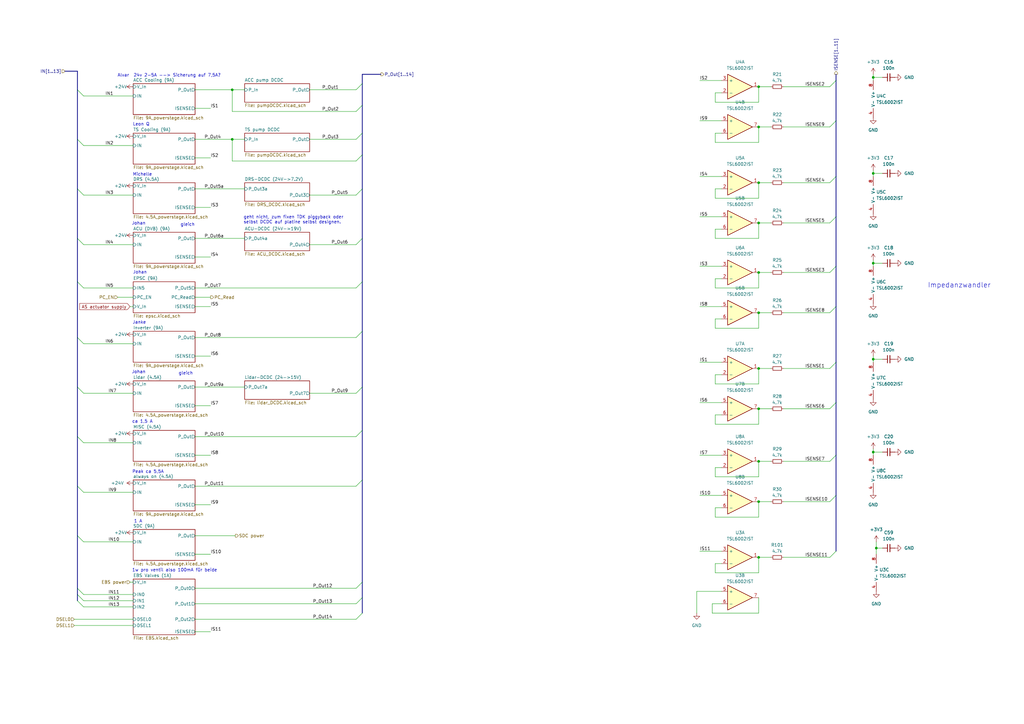
<source format=kicad_sch>
(kicad_sch (version 20250114) (generator "eeschema") (generator_version "9.0")
  (paper "A3")
  (title_block (title "PDU FT25") (date "2025-01-15") (rev "V1.2") (company "Jonas Urban ") (comment 1 "FaSTTUBe Electronics"))
  (lib_symbols
    (symbol "Device:C_Small" (pin_numbers (hide yes)) (pin_names (offset 0.254) (hide yes))
      (property "Reference" "C" (at 0.254 1.778 0))
      (property "Value" "C_Small" (at 0.254 -2.032 0))
      (symbol "C_Small_0_1"
        (polyline (pts (xy -1.524 0.508) (xy 1.524 0.508)) (stroke (width 0.3048)))
        (polyline (pts (xy -1.524 -0.508) (xy 1.524 -0.508)) (stroke (width 0.3302)))
      )
      (symbol "C_Small_1_1"
        (pin passive line (at 0 2.54 270) (length 2.032) (name "~") (number "1"))
        (pin passive line (at 0 -2.54 90) (length 2.032) (name "~") (number "2"))
      )
    )
    (symbol "Device:Opamp_Dual"
      (property "Reference" "U" (at 0 5.08 0))
      (property "Value" "Opamp_Dual" (at 0 -5.08 0))
      (symbol "Opamp_Dual_1_1"
        (polyline (pts (xy -5.08 5.08) (xy 5.08 0) (xy -5.08 -5.08) (xy -5.08 5.08)) (stroke (width 0.254)) (fill (type background)))
        (pin input line (at -7.62 2.54 0) (length 2.54) (name "+") (number "3"))
        (pin input line (at -7.62 -2.54 0) (length 2.54) (name "-") (number "2"))
        (pin output line (at 7.62 0 180) (length 2.54) (name "~") (number "1"))
      )
      (symbol "Opamp_Dual_2_1"
        (polyline (pts (xy -5.08 5.08) (xy 5.08 0) (xy -5.08 -5.08) (xy -5.08 5.08)) (stroke (width 0.254)) (fill (type background)))
        (pin input line (at -7.62 2.54 0) (length 2.54) (name "+") (number "5"))
        (pin input line (at -7.62 -2.54 0) (length 2.54) (name "-") (number "6"))
        (pin output line (at 7.62 0 180) (length 2.54) (name "~") (number "7"))
      )
      (symbol "Opamp_Dual_3_1"
        (pin power_in line (at -2.54 7.62 270) (length 3.81) (name "V+") (number "8"))
        (pin power_in line (at -2.54 -7.62 90) (length 3.81) (name "V-") (number "4"))
      )
    )
    (symbol "Device:R_Small" (pin_numbers (hide yes)) (pin_names (offset 0.254) (hide yes))
      (property "Reference" "R" (at 0.762 0.508 0))
      (property "Value" "R_Small" (at 0.762 -1.016 0))
      (symbol "R_Small_0_1"
        (rectangle (start -0.762 1.778) (end 0.762 -1.778) (stroke (width 0.2032)))
      )
      (symbol "R_Small_1_1"
        (pin passive line (at 0 2.54 270) (length 0.762) (name "~") (number "1"))
        (pin passive line (at 0 -2.54 90) (length 0.762) (name "~") (number "2"))
      )
    )
    (symbol "power:+12V" (power) (pin_numbers (hide yes)) (pin_names (offset 0) (hide yes))
      (property "Value" "+12V" (at 0 3.556 0))
      (symbol "+12V_0_1"
        (polyline (pts (xy -0.762 1.27) (xy 0 2.54)))
        (polyline (pts (xy 0 2.54) (xy 0.762 1.27)))
        (polyline (pts (xy 0 0) (xy 0 2.54)))
      )
      (symbol "+12V_1_1"
        (pin power_in line (at 0 0 90) (length 0) (name "~") (number "1"))
      )
    )
    (symbol "power:+24V" (power) (pin_numbers (hide yes)) (pin_names (offset 0) (hide yes))
      (property "Value" "+24V" (at 0 3.556 0))
      (symbol "+24V_0_1"
        (polyline (pts (xy -0.762 1.27) (xy 0 2.54)))
        (polyline (pts (xy 0 2.54) (xy 0.762 1.27)))
        (polyline (pts (xy 0 0) (xy 0 2.54)))
      )
      (symbol "+24V_1_1"
        (pin power_in line (at 0 0 90) (length 0) (name "~") (number "1"))
      )
    )
    (symbol "power:+3.3V" (power) (pin_numbers (hide yes)) (pin_names (offset 0) (hide yes))
      (property "Value" "+3.3V" (at 0 3.556 0))
      (symbol "+3.3V_0_1"
        (polyline (pts (xy -0.762 1.27) (xy 0 2.54)))
        (polyline (pts (xy 0 2.54) (xy 0.762 1.27)))
        (polyline (pts (xy 0 0) (xy 0 2.54)))
      )
      (symbol "+3.3V_1_1"
        (pin power_in line (at 0 0 90) (length 0) (name "~") (number "1"))
      )
    )
    (symbol "power:GND" (power) (pin_numbers (hide yes)) (pin_names (offset 0) (hide yes))
      (property "Value" "GND" (at 0 -3.81 0))
      (symbol "GND_0_1"
        (polyline (pts (xy 0 0) (xy 0 -1.27) (xy 1.27 -1.27) (xy 0 -2.54) (xy -1.27 -1.27) (xy 0 -1.27)))
      )
      (symbol "GND_1_1"
        (pin power_in line (at 0 0 270) (length 0) (name "~") (number "1"))
      )
    )
  )
  (text "geht nicht, zum fixen TDK piggyback oder\nselbst DCDC auf platine selbst designen. \n" (at 120.396 90.17 0) (effects (font (size 1.27 1.27))))
  (text "Impedanzwandler" (at 393.446 117.094 0) (effects (font (size 2 2))))
  (text "Alvar  24v 2-5A --> Sicherung auf 7,5A? \n" (at 69.85 30.988 0) (effects (font (size 1.27 1.27))))
  (text "1 A\n" (at 56.642 213.868 0) (effects (font (size 1.27 1.27))))
  (text "Johan\n" (at 56.896 91.694 0) (effects (font (size 1.27 1.27))))
  (text "Johan\n" (at 56.896 152.654 0) (effects (font (size 1.27 1.27))))
  (text "Michelle" (at 58.42 71.628 0) (effects (font (size 1.27 1.27))))
  (text "gleich\n" (at 76.2 153.162 0) (effects (font (size 1.27 1.27))))
  (text "Peak ca 5,5A" (at 60.706 193.548 0) (effects (font (size 1.27 1.27))))
  (text "ca 1,5 A\n" (at 58.42 172.974 0) (effects (font (size 1.27 1.27))))
  (text "Leon Q\n" (at 57.912 51.054 0) (effects (font (size 1.27 1.27))))
  (text "Johan\n" (at 57.404 111.76 0) (effects (font (size 1.27 1.27))))
  (text "1w pro ventil also 100mA für beide\n" (at 71.628 233.934 0) (effects (font (size 1.27 1.27))))
  (text "gleich\n" (at 76.962 92.202 0) (effects (font (size 1.27 1.27))))
  (text "Janke\n" (at 57.15 132.334 0) (effects (font (size 1.27 1.27))))
  (junction (at 311.15 111.76))
  (junction (at 358.14 71.12))
  (junction (at 358.14 31.75))
  (junction (at 358.14 185.42))
  (junction (at 311.15 128.27))
  (junction (at 95.25 36.83))
  (junction (at 95.25 57.15))
  (junction (at 311.15 52.07))
  (junction (at 311.15 205.74))
  (junction (at 311.15 228.6))
  (junction (at 359.41 224.79))
  (junction (at 311.15 151.13))
  (junction (at 311.15 91.44))
  (junction (at 311.15 35.56))
  (junction (at 358.14 147.32))
  (junction (at 358.14 107.95))
  (junction (at 311.15 74.93))
  (junction (at 311.15 189.23))
  (junction (at 311.15 167.64))
  (bus_entry (at 340.36 228.6) (size 2.54 -2.54))
  (bus_entry (at 31.75 199.39) (size 2.54 2.54))
  (bus_entry (at 34.29 80.01) (size -2.54 -2.54))
  (bus_entry (at 31.75 219.71) (size 2.54 2.54))
  (bus_entry (at 146.05 254) (size 2.54 -2.54))
  (bus_entry (at 34.29 140.97) (size -2.54 -2.54))
  (bus_entry (at 146.05 247.65) (size 2.54 -2.54))
  (bus_entry (at 340.36 151.13) (size 2.54 -2.54))
  (bus_entry (at 146.05 179.07) (size 2.54 -2.54))
  (bus_entry (at 340.36 189.23) (size 2.54 -2.54))
  (bus_entry (at 146.05 100.33) (size 2.54 -2.54))
  (bus_entry (at 146.05 199.39) (size 2.54 -2.54))
  (bus_entry (at 340.36 111.76) (size 2.54 -2.54))
  (bus_entry (at 340.36 205.74) (size 2.54 -2.54))
  (bus_entry (at 340.36 74.93) (size 2.54 -2.54))
  (bus_entry (at 34.29 118.11) (size -2.54 -2.54))
  (bus_entry (at 146.05 118.11) (size 2.54 -2.54))
  (bus_entry (at 340.36 52.07) (size 2.54 -2.54))
  (bus_entry (at 34.29 100.33) (size -2.54 -2.54))
  (bus_entry (at 146.05 57.15) (size 2.54 -2.54))
  (bus_entry (at 146.05 161.29) (size 2.54 -2.54))
  (bus_entry (at 146.05 66.04) (size 2.54 -2.54))
  (bus_entry (at 146.05 241.3) (size 2.54 -2.54))
  (bus_entry (at 340.36 167.64) (size 2.54 -2.54))
  (bus_entry (at 31.75 179.07) (size 2.54 2.54))
  (bus_entry (at 34.29 39.37) (size -2.54 -2.54))
  (bus_entry (at 146.05 80.01) (size 2.54 -2.54))
  (bus_entry (at 340.36 91.44) (size 2.54 -2.54))
  (bus_entry (at 31.75 243.84) (size 2.54 2.54))
  (bus_entry (at 31.75 246.38) (size 2.54 2.54))
  (bus_entry (at 31.75 241.3) (size 2.54 2.54))
  (bus_entry (at 146.05 45.72) (size 2.54 -2.54))
  (bus_entry (at 340.36 128.27) (size 2.54 -2.54))
  (bus_entry (at 340.36 35.56) (size 2.54 -2.54))
  (bus_entry (at 34.29 59.69) (size -2.54 -2.54))
  (bus_entry (at 146.05 138.43) (size 2.54 -2.54))
  (bus_entry (at 146.05 36.83) (size 2.54 -2.54))
  (bus_entry (at 31.75 158.75) (size 2.54 2.54))
  (wire (pts (xy 293.37 130.81) (xy 293.37 134.62)))
  (bus (pts (xy 342.9 88.9) (xy 342.9 109.22)))
  (wire (pts (xy 311.15 189.23) (xy 311.15 195.58)))
  (bus (pts (xy 342.9 125.73) (xy 342.9 148.59)))
  (wire (pts (xy 321.31 52.07) (xy 340.36 52.07)))
  (wire (pts (xy 311.15 151.13) (xy 311.15 157.48)))
  (wire (pts (xy 34.29 100.33) (xy 54.61 100.33)))
  (wire (pts (xy 311.15 234.95) (xy 311.15 228.6)))
  (wire (pts (xy 321.31 205.74) (xy 340.36 205.74)))
  (bus (pts (xy 342.9 148.59) (xy 342.9 165.1)))
  (bus (pts (xy 31.75 243.84) (xy 31.75 246.38)))
  (wire (pts (xy 358.14 30.48) (xy 358.14 31.75)))
  (wire (pts (xy 311.15 205.74) (xy 311.15 212.09)))
  (wire (pts (xy 359.41 224.79) (xy 361.95 224.79)))
  (wire (pts (xy 295.91 247.65) (xy 292.1 247.65)))
  (wire (pts (xy 311.15 128.27) (xy 311.15 134.62)))
  (wire (pts (xy 293.37 81.28) (xy 311.15 81.28)))
  (bus (pts (xy 31.75 241.3) (xy 31.75 243.84)))
  (wire (pts (xy 293.37 54.61) (xy 293.37 58.42)))
  (wire (pts (xy 311.15 74.93) (xy 316.23 74.93)))
  (wire (pts (xy 287.02 33.02) (xy 295.91 33.02)))
  (wire (pts (xy 287.02 226.06) (xy 295.91 226.06)))
  (wire (pts (xy 311.15 189.23) (xy 316.23 189.23)))
  (wire (pts (xy 95.25 45.72) (xy 146.05 45.72)))
  (wire (pts (xy 293.37 195.58) (xy 311.15 195.58)))
  (wire (pts (xy 80.01 146.05) (xy 86.36 146.05)))
  (bus (pts (xy 148.59 63.5) (xy 148.59 77.47)))
  (wire (pts (xy 295.91 231.14) (xy 293.37 231.14)))
  (wire (pts (xy 292.1 247.65) (xy 292.1 251.46)))
  (wire (pts (xy 53.34 238.76) (xy 54.61 238.76)))
  (wire (pts (xy 34.29 80.01) (xy 54.61 80.01)))
  (wire (pts (xy 95.25 36.83) (xy 100.33 36.83)))
  (wire (pts (xy 295.91 114.3) (xy 293.37 114.3)))
  (wire (pts (xy 285.75 242.57) (xy 295.91 242.57)))
  (wire (pts (xy 295.91 191.77) (xy 293.37 191.77)))
  (wire (pts (xy 311.15 35.56) (xy 316.23 35.56)))
  (wire (pts (xy 295.91 130.81) (xy 293.37 130.81)))
  (wire (pts (xy 295.91 54.61) (xy 293.37 54.61)))
  (wire (pts (xy 311.15 111.76) (xy 316.23 111.76)))
  (bus (pts (xy 148.59 238.76) (xy 148.59 245.11)))
  (wire (pts (xy 295.91 170.18) (xy 293.37 170.18)))
  (wire (pts (xy 287.02 148.59) (xy 295.91 148.59)))
  (bus (pts (xy 156.21 30.48) (xy 148.59 30.48)))
  (wire (pts (xy 358.14 107.95) (xy 361.95 107.95)))
  (wire (pts (xy 295.91 208.28) (xy 293.37 208.28)))
  (wire (pts (xy 358.14 69.85) (xy 358.14 71.12)))
  (wire (pts (xy 293.37 212.09) (xy 311.15 212.09)))
  (wire (pts (xy 30.48 254) (xy 54.61 254)))
  (wire (pts (xy 80.01 77.47) (xy 100.33 77.47)))
  (bus (pts (xy 342.9 72.39) (xy 342.9 88.9)))
  (wire (pts (xy 80.01 44.45) (xy 86.36 44.45)))
  (bus (pts (xy 148.59 158.75) (xy 148.59 176.53)))
  (wire (pts (xy 321.31 151.13) (xy 340.36 151.13)))
  (wire (pts (xy 358.14 185.42) (xy 358.14 186.69)))
  (wire (pts (xy 321.31 228.6) (xy 340.36 228.6)))
  (wire (pts (xy 127 57.15) (xy 146.05 57.15)))
  (wire (pts (xy 80.01 179.07) (xy 146.05 179.07)))
  (wire (pts (xy 287.02 125.73) (xy 295.91 125.73)))
  (wire (pts (xy 287.02 109.22) (xy 295.91 109.22)))
  (wire (pts (xy 358.14 71.12) (xy 361.95 71.12)))
  (wire (pts (xy 80.01 138.43) (xy 146.05 138.43)))
  (bus (pts (xy 342.9 109.22) (xy 342.9 125.73)))
  (wire (pts (xy 311.15 167.64) (xy 316.23 167.64)))
  (wire (pts (xy 311.15 52.07) (xy 311.15 58.42)))
  (wire (pts (xy 358.14 31.75) (xy 361.95 31.75)))
  (wire (pts (xy 34.29 243.84) (xy 54.61 243.84)))
  (bus (pts (xy 31.75 57.15) (xy 31.75 77.47)))
  (bus (pts (xy 31.75 29.21) (xy 31.75 36.83)))
  (wire (pts (xy 321.31 128.27) (xy 340.36 128.27)))
  (bus (pts (xy 148.59 196.85) (xy 148.59 238.76)))
  (wire (pts (xy 287.02 72.39) (xy 295.91 72.39)))
  (wire (pts (xy 311.15 52.07) (xy 316.23 52.07)))
  (wire (pts (xy 80.01 105.41) (xy 86.36 105.41)))
  (wire (pts (xy 359.41 222.25) (xy 359.41 224.79)))
  (wire (pts (xy 293.37 157.48) (xy 311.15 157.48)))
  (wire (pts (xy 311.15 205.74) (xy 316.23 205.74)))
  (wire (pts (xy 80.01 125.73) (xy 86.36 125.73)))
  (wire (pts (xy 293.37 97.79) (xy 311.15 97.79)))
  (wire (pts (xy 80.01 158.75) (xy 100.33 158.75)))
  (wire (pts (xy 295.91 93.98) (xy 293.37 93.98)))
  (bus (pts (xy 31.75 179.07) (xy 31.75 199.39)))
  (wire (pts (xy 80.01 207.01) (xy 86.36 207.01)))
  (wire (pts (xy 127 36.83) (xy 146.05 36.83)))
  (bus (pts (xy 26.67 29.21) (xy 31.75 29.21)))
  (wire (pts (xy 287.02 186.69) (xy 295.91 186.69)))
  (wire (pts (xy 293.37 58.42) (xy 311.15 58.42)))
  (bus (pts (xy 31.75 97.79) (xy 31.75 115.57)))
  (wire (pts (xy 293.37 234.95) (xy 311.15 234.95)))
  (bus (pts (xy 148.59 176.53) (xy 148.59 196.85)))
  (wire (pts (xy 34.29 59.69) (xy 54.61 59.69)))
  (bus (pts (xy 342.9 186.69) (xy 342.9 203.2)))
  (wire (pts (xy 358.14 147.32) (xy 358.14 148.59)))
  (wire (pts (xy 295.91 153.67) (xy 293.37 153.67)))
  (bus (pts (xy 31.75 219.71) (xy 31.75 241.3)))
  (wire (pts (xy 292.1 251.46) (xy 311.15 251.46)))
  (wire (pts (xy 321.31 91.44) (xy 340.36 91.44)))
  (wire (pts (xy 285.75 242.57) (xy 285.75 251.46)))
  (bus (pts (xy 148.59 245.11) (xy 148.59 251.46)))
  (wire (pts (xy 80.01 247.65) (xy 146.05 247.65)))
  (wire (pts (xy 293.37 153.67) (xy 293.37 157.48)))
  (wire (pts (xy 34.29 39.37) (xy 54.61 39.37)))
  (wire (pts (xy 293.37 38.1) (xy 293.37 41.91)))
  (wire (pts (xy 34.29 222.25) (xy 54.61 222.25)))
  (wire (pts (xy 293.37 208.28) (xy 293.37 212.09)))
  (wire (pts (xy 80.01 64.77) (xy 86.36 64.77)))
  (wire (pts (xy 95.25 57.15) (xy 95.25 66.04)))
  (bus (pts (xy 342.9 165.1) (xy 342.9 186.69)))
  (wire (pts (xy 80.01 254) (xy 146.05 254)))
  (wire (pts (xy 34.29 118.11) (xy 54.61 118.11)))
  (wire (pts (xy 30.48 256.54) (xy 54.61 256.54)))
  (wire (pts (xy 311.15 251.46) (xy 311.15 245.11)))
  (wire (pts (xy 358.14 184.15) (xy 358.14 185.42)))
  (wire (pts (xy 321.31 74.93) (xy 340.36 74.93)))
  (wire (pts (xy 358.14 71.12) (xy 358.14 72.39)))
  (wire (pts (xy 293.37 134.62) (xy 311.15 134.62)))
  (bus (pts (xy 148.59 43.18) (xy 148.59 54.61)))
  (wire (pts (xy 287.02 165.1) (xy 295.91 165.1)))
  (bus (pts (xy 148.59 77.47) (xy 148.59 97.79)))
  (wire (pts (xy 311.15 111.76) (xy 311.15 118.11)))
  (wire (pts (xy 321.31 111.76) (xy 340.36 111.76)))
  (wire (pts (xy 287.02 49.53) (xy 295.91 49.53)))
  (wire (pts (xy 80.01 121.92) (xy 86.36 121.92)))
  (wire (pts (xy 80.01 118.11) (xy 146.05 118.11)))
  (bus (pts (xy 31.75 158.75) (xy 31.75 179.07)))
  (wire (pts (xy 295.91 77.47) (xy 293.37 77.47)))
  (wire (pts (xy 293.37 170.18) (xy 293.37 173.99)))
  (bus (pts (xy 342.9 33.02) (xy 342.9 49.53)))
  (wire (pts (xy 80.01 219.71) (xy 96.52 219.71)))
  (wire (pts (xy 127 100.33) (xy 146.05 100.33)))
  (bus (pts (xy 31.75 36.83) (xy 31.75 57.15)))
  (wire (pts (xy 95.25 66.04) (xy 146.05 66.04)))
  (wire (pts (xy 34.29 181.61) (xy 54.61 181.61)))
  (wire (pts (xy 293.37 41.91) (xy 311.15 41.91)))
  (wire (pts (xy 293.37 118.11) (xy 311.15 118.11)))
  (wire (pts (xy 34.29 246.38) (xy 54.61 246.38)))
  (bus (pts (xy 342.9 203.2) (xy 342.9 226.06)))
  (wire (pts (xy 293.37 231.14) (xy 293.37 234.95)))
  (wire (pts (xy 358.14 185.42) (xy 361.95 185.42)))
  (bus (pts (xy 148.59 135.89) (xy 148.59 158.75)))
  (wire (pts (xy 53.34 125.73) (xy 54.61 125.73)))
  (wire (pts (xy 311.15 74.93) (xy 311.15 81.28)))
  (wire (pts (xy 80.01 36.83) (xy 95.25 36.83)))
  (wire (pts (xy 95.25 57.15) (xy 100.33 57.15)))
  (wire (pts (xy 293.37 93.98) (xy 293.37 97.79)))
  (wire (pts (xy 295.91 38.1) (xy 293.37 38.1)))
  (bus (pts (xy 148.59 34.29) (xy 148.59 43.18)))
  (wire (pts (xy 54.61 201.93) (xy 34.29 201.93)))
  (wire (pts (xy 358.14 147.32) (xy 361.95 147.32)))
  (wire (pts (xy 293.37 173.99) (xy 311.15 173.99)))
  (wire (pts (xy 127 80.01) (xy 146.05 80.01)))
  (wire (pts (xy 80.01 199.39) (xy 146.05 199.39)))
  (wire (pts (xy 80.01 57.15) (xy 95.25 57.15)))
  (bus (pts (xy 31.75 77.47) (xy 31.75 97.79)))
  (wire (pts (xy 293.37 191.77) (xy 293.37 195.58)))
  (bus (pts (xy 342.9 49.53) (xy 342.9 72.39)))
  (bus (pts (xy 148.59 97.79) (xy 148.59 115.57)))
  (bus (pts (xy 148.59 30.48) (xy 148.59 34.29)))
  (wire (pts (xy 80.01 186.69) (xy 86.36 186.69)))
  (wire (pts (xy 287.02 203.2) (xy 295.91 203.2)))
  (bus (pts (xy 148.59 115.57) (xy 148.59 135.89)))
  (wire (pts (xy 321.31 35.56) (xy 340.36 35.56)))
  (wire (pts (xy 358.14 146.05) (xy 358.14 147.32)))
  (wire (pts (xy 80.01 241.3) (xy 146.05 241.3)))
  (wire (pts (xy 80.01 259.08) (xy 86.36 259.08)))
  (bus (pts (xy 31.75 199.39) (xy 31.75 219.71)))
  (bus (pts (xy 31.75 138.43) (xy 31.75 158.75)))
  (wire (pts (xy 311.15 91.44) (xy 311.15 97.79)))
  (wire (pts (xy 80.01 166.37) (xy 86.36 166.37)))
  (wire (pts (xy 311.15 167.64) (xy 311.15 173.99)))
  (wire (pts (xy 358.14 31.75) (xy 358.14 33.02)))
  (wire (pts (xy 311.15 91.44) (xy 316.23 91.44)))
  (wire (pts (xy 34.29 140.97) (xy 54.61 140.97)))
  (wire (pts (xy 321.31 189.23) (xy 340.36 189.23)))
  (wire (pts (xy 359.41 224.79) (xy 359.41 227.33)))
  (wire (pts (xy 358.14 106.68) (xy 358.14 107.95)))
  (wire (pts (xy 95.25 36.83) (xy 95.25 45.72)))
  (wire (pts (xy 311.15 35.56) (xy 311.15 41.91)))
  (wire (pts (xy 293.37 77.47) (xy 293.37 81.28)))
  (wire (pts (xy 80.01 227.33) (xy 86.36 227.33)))
  (wire (pts (xy 287.02 88.9) (xy 295.91 88.9)))
  (bus (pts (xy 31.75 115.57) (xy 31.75 138.43)))
  (wire (pts (xy 311.15 151.13) (xy 316.23 151.13)))
  (wire (pts (xy 34.29 161.29) (xy 54.61 161.29)))
  (wire (pts (xy 358.14 107.95) (xy 358.14 109.22)))
  (wire (pts (xy 34.29 248.92) (xy 54.61 248.92)))
  (wire (pts (xy 321.31 167.64) (xy 340.36 167.64)))
  (wire (pts (xy 80.01 85.09) (xy 86.36 85.09)))
  (wire (pts (xy 80.01 97.79) (xy 100.33 97.79)))
  (bus (pts (xy 148.59 54.61) (xy 148.59 63.5)))
  (wire (pts (xy 311.15 128.27) (xy 316.23 128.27)))
  (wire (pts (xy 127 161.29) (xy 146.05 161.29)))
  (wire (pts (xy 293.37 114.3) (xy 293.37 118.11)))
  (wire (pts (xy 48.26 121.92) (xy 54.61 121.92)))
  (wire (pts (xy 311.15 228.6) (xy 316.23 228.6)))
  (bus (pts (xy 342.9 30.48) (xy 342.9 33.02)))
  (label "P_Out10" (at 83.82 179.07 0))
  (label "ISENSE10" (at 330.2 205.74 0))
  (label "IS2" (at 86.36 64.77 0))
  (label "IN2" (at 43.18 59.69 0))
  (label "IS6" (at 86.36 146.05 0))
  (label "P_Out7" (at 83.82 118.11 0))
  (label "IS10" (at 287.02 203.2 0))
  (label "P_Out14" (at 128.27 254 0))
  (label "IS1" (at 86.36 44.45 0))
  (label "ISENSE9" (at 330.2 52.07 0))
  (label "IS7" (at 86.36 166.37 0))
  (label "IN4" (at 43.18 100.33 0))
  (label "IN10" (at 44.45 222.25 0))
  (label "IS5" (at 86.36 125.73 0))
  (label "P_Out4" (at 83.82 57.15 0))
  (label "IS9" (at 287.02 49.53 0))
  (label "IS7" (at 287.02 186.69 0))
  (label "P_Out9a" (at 83.82 158.75 0))
  (label "IN8" (at 44.45 181.61 0))
  (label "IS1" (at 287.02 148.59 0))
  (label "IN13" (at 44.45 248.92 0))
  (label "IS8" (at 86.36 186.69 0))
  (label "IS2" (at 287.02 33.02 0))
  (label "IS3" (at 287.02 109.22 0))
  (label "P_Out5" (at 135.89 80.01 0))
  (label "IS11" (at 287.02 226.06 0))
  (label "ISENSE4" (at 330.2 74.93 0))
  (label "IN6" (at 43.18 140.97 0))
  (label "IS5" (at 287.02 88.9 0))
  (label "IS8" (at 287.02 125.73 0))
  (label "P_Out1" (at 132.08 36.83 0))
  (label "P_Out5a" (at 83.82 77.47 0))
  (label "P_Out8" (at 83.82 138.43 0))
  (label "IS10" (at 86.36 227.33 0))
  (label "P_Out3" (at 132.08 57.15 0))
  (label "IN9" (at 44.45 201.93 0))
  (label "IN3" (at 43.18 80.01 0))
  (label "IS6" (at 287.02 165.1 0))
  (label "IS4" (at 86.36 105.41 0))
  (label "P_Out9" (at 135.89 161.29 0))
  (label "ISENSE3" (at 330.2 111.76 0))
  (label "ISENSE11" (at 330.2 228.6 0))
  (label "IN12" (at 44.45 246.38 0))
  (label "P_Out13" (at 128.27 247.65 0))
  (label "P_Out6" (at 135.89 100.33 0))
  (label "IS4" (at 287.02 72.39 0))
  (label "P_Out11" (at 83.82 199.39 0))
  (label "IS9" (at 86.36 207.01 0))
  (label "IN7" (at 44.45 161.29 0))
  (label "ISENSE2" (at 330.2 35.56 0))
  (label "P_Out12" (at 128.27 241.3 0))
  (label "IS3" (at 86.36 85.09 0))
  (label "IN1" (at 43.18 39.37 0))
  (label "ISENSE8" (at 330.2 128.27 0))
  (label "ISENSE1" (at 330.2 151.13 0))
  (label "P_Out2" (at 132.08 45.72 0))
  (label "P_Out6a" (at 83.82 97.79 0))
  (label "ISENSE7" (at 330.2 189.23 0))
  (label "IN5" (at 43.18 118.11 0))
  (label "IS11" (at 86.36 259.08 0))
  (label "IN11" (at 44.45 243.84 0))
  (label "ISENSE5" (at 330.2 91.44 0))
  (label "ISENSE6" (at 330.2 167.64 0))
  (global_label "AS actuator supply" (shape input) (at 53.34 125.73 180) (property "Intersheetrefs" "${INTERSHEET_REFS}" (effects (hide yes))))
  (hierarchical_label "PC_EN" (shape input) (at 48.26 121.92 180))
  (hierarchical_label "ISENSE[1..11]" (shape output) (at 342.9 30.48 90))
  (hierarchical_label "PC_Read" (shape output) (at 86.36 121.92 0))
  (hierarchical_label "DSEL0" (shape input) (at 30.48 254 180))
  (hierarchical_label "DSEL1" (shape input) (at 30.48 256.54 180))
  (hierarchical_label "P_Out[1..14]" (shape output) (at 156.21 30.48 0))
  (hierarchical_label "IN[1..13]" (shape input) (at 26.67 29.21 180))
  (hierarchical_label "SDC power" (shape output) (at 96.52 219.71 0))
  (hierarchical_label "EBS power" (shape input) (at 53.34 238.76 180) (effects (font (thickness 0.1588))))
  (symbol (lib_id "power:GND") (at 367.03 147.32 90) (unit 1)
    (property "Reference" "#PWR061" (effects (hide yes)))
    (property "Value" "GND" (at 370.84 147.3199 90) (effects (justify right)))
    (property "Description" "Power symbol creates a global label with name \"GND\" , ground" (effects (hide yes)))
  )
  (symbol (lib_id "Device:C_Small") (at 364.49 224.79 90) (unit 1)
    (property "Reference" "C59" (at 364.4963 218.44 90))
    (property "Value" "100n" (at 364.4963 220.98 90))
    (property "Footprint" "Capacitor_SMD:C_0603_1608Metric" (effects (hide yes)))
    (property "Description" "Unpolarized capacitor, small symbol" (effects (hide yes)))
  )
  (symbol (lib_id "power:+12V") (at 54.61 76.2 90) (unit 1)
    (property "Reference" "#PWR053" (effects (hide yes)))
    (property "Value" "+24V" (at 49.53 76.2 90))
    (property "Description" "Power symbol creates a global label with name \"+12V\"" (effects (hide yes)))
  )
  (symbol (lib_id "Device:Opamp_Dual") (at 360.68 194.31 0) (unit 3)
    (property "Reference" "U8" (at 359.41 193.0399 0) (effects (justify left)))
    (property "Value" "TSL6002IST" (at 359.41 195.5799 0) (effects (justify left)))
    (property "Footprint" "TSL6002IST:SOP65P490X110-8N" (effects (hide yes)))
    (property "Datasheet" "https://www.st.com/resource/en/datasheet/tsl6001.pdf" (effects (hide yes)))
    (property "Description" "Dual operational amplifier" (effects (hide yes)))
    (property "Sim.Library" "${KICAD7_SYMBOL_DIR}/Simulation_SPICE.sp" (effects (hide yes)))
    (property "Sim.Name" "kicad_builtin_opamp_dual" (effects (hide yes)))
    (property "Sim.Device" "SUBCKT" (effects (hide yes)))
    (property "Sim.Pins" "1=out1 2=in1- 3=in1+ 4=vee 5=in2+ 6=in2- 7=out2 8=vcc" (effects (hide yes)))
  )
  (symbol (lib_id "Device:R_Small") (at 318.77 128.27 90) (unit 1)
    (property "Reference" "R26" (at 318.77 123.19 90))
    (property "Value" "4.7k" (at 318.77 125.73 90))
    (property "Footprint" "Resistor_SMD:R_0603_1608Metric" (effects (hide yes)))
    (property "Description" "Resistor, small symbol" (effects (hide yes)))
  )
  (symbol (lib_id "Device:C_Small") (at 364.49 31.75 90) (unit 1)
    (property "Reference" "C16" (at 364.4963 25.4 90))
    (property "Value" "100n" (at 364.4963 27.94 90))
    (property "Footprint" "Capacitor_SMD:C_0603_1608Metric" (effects (hide yes)))
    (property "Description" "Unpolarized capacitor, small symbol" (effects (hide yes)))
  )
  (symbol (lib_id "power:+24V") (at 54.61 198.12 90) (unit 1)
    (property "Reference" "#PWR067" (effects (hide yes)))
    (property "Value" "+24V" (at 50.8 198.1199 90) (effects (justify left)))
    (property "Description" "Power symbol creates a global label with name \"+24V\"" (effects (hide yes)))
  )
  (symbol (lib_id "power:+3.3V") (at 358.14 184.15 0) (unit 1)
    (property "Reference" "#PWR065" (effects (hide yes)))
    (property "Value" "+3V3" (at 358.14 179.07 0))
    (property "Description" "Power symbol creates a global label with name \"+3.3V\"" (effects (hide yes)))
  )
  (symbol (lib_id "power:GND") (at 358.14 48.26 0) (unit 1)
    (property "Reference" "#PWR049" (effects (hide yes)))
    (property "Value" "GND" (at 358.14 53.34 0))
    (property "Description" "Power symbol creates a global label with name \"GND\" , ground" (effects (hide yes)))
  )
  (symbol (lib_id "Device:Opamp_Dual") (at 361.95 234.95 0) (unit 3)
    (property "Reference" "U3" (at 360.68 233.6799 0) (effects (justify left)))
    (property "Value" "TSL6002IST" (at 360.68 236.2199 0) (effects (justify left)))
    (property "Footprint" "TSL6002IST:SOP65P490X110-8N" (effects (hide yes)))
    (property "Datasheet" "https://www.st.com/resource/en/datasheet/tsl6001.pdf" (effects (hide yes)))
    (property "Description" "Dual operational amplifier" (effects (hide yes)))
    (property "Sim.Library" "${KICAD7_SYMBOL_DIR}/Simulation_SPICE.sp" (effects (hide yes)))
    (property "Sim.Name" "kicad_builtin_opamp_dual" (effects (hide yes)))
    (property "Sim.Device" "SUBCKT" (effects (hide yes)))
    (property "Sim.Pins" "1=out1 2=in1- 3=in1+ 4=vee 5=in2+ 6=in2- 7=out2 8=vcc" (effects (hide yes)))
  )
  (symbol (lib_id "Device:Opamp_Dual") (at 303.53 91.44 0) (unit 2)
    (property "Reference" "U5" (at 303.53 81.28 0))
    (property "Value" "TSL6002IST" (at 303.53 83.82 0))
    (property "Footprint" "TSL6002IST:SOP65P490X110-8N" (effects (hide yes)))
    (property "Datasheet" "https://www.st.com/resource/en/datasheet/tsl6001.pdf" (effects (hide yes)))
    (property "Description" "Dual operational amplifier" (effects (hide yes)))
    (property "Sim.Library" "${KICAD7_SYMBOL_DIR}/Simulation_SPICE.sp" (effects (hide yes)))
    (property "Sim.Name" "kicad_builtin_opamp_dual" (effects (hide yes)))
    (property "Sim.Device" "SUBCKT" (effects (hide yes)))
    (property "Sim.Pins" "1=out1 2=in1- 3=in1+ 4=vee 5=in2+ 6=in2- 7=out2 8=vcc" (effects (hide yes)))
  )
  (symbol (lib_id "power:+3.3V") (at 358.14 69.85 0) (unit 1)
    (property "Reference" "#PWR051" (effects (hide yes)))
    (property "Value" "+3V3" (at 358.14 64.77 0))
    (property "Description" "Power symbol creates a global label with name \"+3.3V\"" (effects (hide yes)))
  )
  (symbol (lib_id "Device:Opamp_Dual") (at 360.68 80.01 0) (unit 3)
    (property "Reference" "U5" (at 359.41 78.7399 0) (effects (justify left)))
    (property "Value" "TSL6002IST" (at 359.41 81.2799 0) (effects (justify left)))
    (property "Footprint" "TSL6002IST:SOP65P490X110-8N" (effects (hide yes)))
    (property "Datasheet" "https://www.st.com/resource/en/datasheet/tsl6001.pdf" (effects (hide yes)))
    (property "Description" "Dual operational amplifier" (effects (hide yes)))
    (property "Sim.Library" "${KICAD7_SYMBOL_DIR}/Simulation_SPICE.sp" (effects (hide yes)))
    (property "Sim.Name" "kicad_builtin_opamp_dual" (effects (hide yes)))
    (property "Sim.Device" "SUBCKT" (effects (hide yes)))
    (property "Sim.Pins" "1=out1 2=in1- 3=in1+ 4=vee 5=in2+ 6=in2- 7=out2 8=vcc" (effects (hide yes)))
  )
  (symbol (lib_id "Device:C_Small") (at 364.49 185.42 90) (unit 1)
    (property "Reference" "C20" (at 364.4963 179.07 90))
    (property "Value" "100n" (at 364.4963 181.61 90))
    (property "Footprint" "Capacitor_SMD:C_0603_1608Metric" (effects (hide yes)))
    (property "Description" "Unpolarized capacitor, small symbol" (effects (hide yes)))
  )
  (symbol (lib_id "Device:R_Small") (at 318.77 111.76 90) (unit 1)
    (property "Reference" "R25" (at 318.77 106.68 90))
    (property "Value" "4.7k" (at 318.77 109.22 90))
    (property "Footprint" "Resistor_SMD:R_0603_1608Metric" (effects (hide yes)))
    (property "Description" "Resistor, small symbol" (effects (hide yes)))
  )
  (symbol (lib_id "Device:R_Small") (at 318.77 74.93 90) (unit 1)
    (property "Reference" "R23" (at 318.77 69.85 90))
    (property "Value" "4.7k" (at 318.77 72.39 90))
    (property "Footprint" "Resistor_SMD:R_0603_1608Metric" (effects (hide yes)))
    (property "Description" "Resistor, small symbol" (effects (hide yes)))
  )
  (symbol (lib_id "Device:Opamp_Dual") (at 303.53 35.56 0) (unit 1)
    (property "Reference" "U4" (at 303.53 25.4 0))
    (property "Value" "TSL6002IST" (at 303.53 27.94 0))
    (property "Footprint" "TSL6002IST:SOP65P490X110-8N" (effects (hide yes)))
    (property "Datasheet" "https://www.st.com/resource/en/datasheet/tsl6001.pdf" (effects (hide yes)))
    (property "Description" "Dual operational amplifier" (effects (hide yes)))
    (property "Sim.Library" "${KICAD7_SYMBOL_DIR}/Simulation_SPICE.sp" (effects (hide yes)))
    (property "Sim.Name" "kicad_builtin_opamp_dual" (effects (hide yes)))
    (property "Sim.Device" "SUBCKT" (effects (hide yes)))
    (property "Sim.Pins" "1=out1 2=in1- 3=in1+ 4=vee 5=in2+ 6=in2- 7=out2 8=vcc" (effects (hide yes)))
  )
  (symbol (lib_id "power:+12V") (at 54.61 137.16 90) (unit 1)
    (property "Reference" "#PWR059" (effects (hide yes)))
    (property "Value" "+24V" (at 49.53 137.16 90))
    (property "Description" "Power symbol creates a global label with name \"+12V\"" (effects (hide yes)))
  )
  (symbol (lib_id "Device:Opamp_Dual") (at 303.53 151.13 0) (unit 1)
    (property "Reference" "U7" (at 303.53 140.97 0))
    (property "Value" "TSL6002IST" (at 303.53 143.51 0))
    (property "Footprint" "TSL6002IST:SOP65P490X110-8N" (effects (hide yes)))
    (property "Datasheet" "https://www.st.com/resource/en/datasheet/tsl6001.pdf" (effects (hide yes)))
    (property "Description" "Dual operational amplifier" (effects (hide yes)))
    (property "Sim.Library" "${KICAD7_SYMBOL_DIR}/Simulation_SPICE.sp" (effects (hide yes)))
    (property "Sim.Name" "kicad_builtin_opamp_dual" (effects (hide yes)))
    (property "Sim.Device" "SUBCKT" (effects (hide yes)))
    (property "Sim.Pins" "1=out1 2=in1- 3=in1+ 4=vee 5=in2+ 6=in2- 7=out2 8=vcc" (effects (hide yes)))
  )
  (symbol (lib_id "Device:R_Small") (at 318.77 189.23 90) (unit 1)
    (property "Reference" "R29" (at 318.77 184.15 90))
    (property "Value" "4.7k" (at 318.77 186.69 90))
    (property "Footprint" "Resistor_SMD:R_0603_1608Metric" (effects (hide yes)))
    (property "Description" "Resistor, small symbol" (effects (hide yes)))
  )
  (symbol (lib_id "Device:Opamp_Dual") (at 360.68 156.21 0) (unit 3)
    (property "Reference" "U7" (at 359.41 154.9399 0) (effects (justify left)))
    (property "Value" "TSL6002IST" (at 359.41 157.4799 0) (effects (justify left)))
    (property "Footprint" "TSL6002IST:SOP65P490X110-8N" (effects (hide yes)))
    (property "Datasheet" "https://www.st.com/resource/en/datasheet/tsl6001.pdf" (effects (hide yes)))
    (property "Description" "Dual operational amplifier" (effects (hide yes)))
    (property "Sim.Library" "${KICAD7_SYMBOL_DIR}/Simulation_SPICE.sp" (effects (hide yes)))
    (property "Sim.Name" "kicad_builtin_opamp_dual" (effects (hide yes)))
    (property "Sim.Device" "SUBCKT" (effects (hide yes)))
    (property "Sim.Pins" "1=out1 2=in1- 3=in1+ 4=vee 5=in2+ 6=in2- 7=out2 8=vcc" (effects (hide yes)))
  )
  (symbol (lib_id "power:+12V") (at 54.61 35.56 90) (unit 1)
    (property "Reference" "#PWR048" (effects (hide yes)))
    (property "Value" "+24V" (at 49.53 35.56 90))
    (property "Description" "Power symbol creates a global label with name \"+12V\"" (effects (hide yes)))
  )
  (symbol (lib_id "power:+12V") (at 54.61 55.88 90) (unit 1)
    (property "Reference" "#PWR050" (effects (hide yes)))
    (property "Value" "+24V" (at 49.53 55.88 90))
    (property "Description" "Power symbol creates a global label with name \"+12V\"" (effects (hide yes)))
  )
  (symbol (lib_id "Device:Opamp_Dual") (at 303.53 111.76 0) (unit 1)
    (property "Reference" "U6" (at 303.53 101.6 0))
    (property "Value" "TSL6002IST" (at 303.53 104.14 0))
    (property "Footprint" "TSL6002IST:SOP65P490X110-8N" (effects (hide yes)))
    (property "Datasheet" "https://www.st.com/resource/en/datasheet/tsl6001.pdf" (effects (hide yes)))
    (property "Description" "Dual operational amplifier" (effects (hide yes)))
    (property "Sim.Library" "${KICAD7_SYMBOL_DIR}/Simulation_SPICE.sp" (effects (hide yes)))
    (property "Sim.Name" "kicad_builtin_opamp_dual" (effects (hide yes)))
    (property "Sim.Device" "SUBCKT" (effects (hide yes)))
    (property "Sim.Pins" "1=out1 2=in1- 3=in1+ 4=vee 5=in2+ 6=in2- 7=out2 8=vcc" (effects (hide yes)))
  )
  (symbol (lib_id "power:+3.3V") (at 358.14 30.48 0) (unit 1)
    (property "Reference" "#PWR046" (effects (hide yes)))
    (property "Value" "+3V3" (at 358.14 25.4 0))
    (property "Description" "Power symbol creates a global label with name \"+3.3V\"" (effects (hide yes)))
  )
  (symbol (lib_id "Device:Opamp_Dual") (at 360.68 40.64 0) (unit 3)
    (property "Reference" "U4" (at 359.41 39.3699 0) (effects (justify left)))
    (property "Value" "TSL6002IST" (at 359.41 41.9099 0) (effects (justify left)))
    (property "Footprint" "TSL6002IST:SOP65P490X110-8N" (effects (hide yes)))
    (property "Datasheet" "https://www.st.com/resource/en/datasheet/tsl6001.pdf" (effects (hide yes)))
    (property "Description" "Dual operational amplifier" (effects (hide yes)))
    (property "Sim.Library" "${KICAD7_SYMBOL_DIR}/Simulation_SPICE.sp" (effects (hide yes)))
    (property "Sim.Name" "kicad_builtin_opamp_dual" (effects (hide yes)))
    (property "Sim.Device" "SUBCKT" (effects (hide yes)))
    (property "Sim.Pins" "1=out1 2=in1- 3=in1+ 4=vee 5=in2+ 6=in2- 7=out2 8=vcc" (effects (hide yes)))
  )
  (symbol (lib_id "power:+12V") (at 54.61 157.48 90) (unit 1)
    (property "Reference" "#PWR062" (effects (hide yes)))
    (property "Value" "+24V" (at 49.53 157.48 90))
    (property "Description" "Power symbol creates a global label with name \"+12V\"" (effects (hide yes)))
  )
  (symbol (lib_id "Device:R_Small") (at 318.77 228.6 90) (unit 1)
    (property "Reference" "R101" (at 318.77 223.52 90))
    (property "Value" "4.7k" (at 318.77 226.06 90))
    (property "Footprint" "Resistor_SMD:R_0603_1608Metric" (effects (hide yes)))
    (property "Description" "Resistor, small symbol" (effects (hide yes)))
  )
  (symbol (lib_id "Device:R_Small") (at 318.77 35.56 90) (unit 1)
    (property "Reference" "R21" (at 318.77 30.48 90))
    (property "Value" "4.7k" (at 318.77 33.02 90))
    (property "Footprint" "Resistor_SMD:R_0603_1608Metric" (effects (hide yes)))
    (property "Description" "Resistor, small symbol" (effects (hide yes)))
  )
  (symbol (lib_id "power:GND") (at 367.03 31.75 90) (unit 1)
    (property "Reference" "#PWR047" (effects (hide yes)))
    (property "Value" "GND" (at 370.84 31.7499 90) (effects (justify right)))
    (property "Description" "Power symbol creates a global label with name \"GND\" , ground" (effects (hide yes)))
  )
  (symbol (lib_id "power:GND") (at 358.14 87.63 0) (unit 1)
    (property "Reference" "#PWR054" (effects (hide yes)))
    (property "Value" "GND" (at 358.14 92.71 0))
    (property "Description" "Power symbol creates a global label with name \"GND\" , ground" (effects (hide yes)))
  )
  (symbol (lib_id "power:GND") (at 367.03 185.42 90) (unit 1)
    (property "Reference" "#PWR066" (effects (hide yes)))
    (property "Value" "GND" (at 370.84 185.4199 90) (effects (justify right)))
    (property "Description" "Power symbol creates a global label with name \"GND\" , ground" (effects (hide yes)))
  )
  (symbol (lib_id "power:GND") (at 358.14 163.83 0) (unit 1)
    (property "Reference" "#PWR063" (effects (hide yes)))
    (property "Value" "GND" (at 358.14 168.91 0))
    (property "Description" "Power symbol creates a global label with name \"GND\" , ground" (effects (hide yes)))
  )
  (symbol (lib_id "Device:C_Small") (at 364.49 107.95 90) (unit 1)
    (property "Reference" "C18" (at 364.4963 101.6 90))
    (property "Value" "100n" (at 364.4963 104.14 90))
    (property "Footprint" "Capacitor_SMD:C_0603_1608Metric" (effects (hide yes)))
    (property "Description" "Unpolarized capacitor, small symbol" (effects (hide yes)))
  )
  (symbol (lib_id "power:GND") (at 367.03 107.95 90) (unit 1)
    (property "Reference" "#PWR057" (effects (hide yes)))
    (property "Value" "GND" (at 370.84 107.9499 90) (effects (justify right)))
    (property "Description" "Power symbol creates a global label with name \"GND\" , ground" (effects (hide yes)))
  )
  (symbol (lib_id "power:GND") (at 285.75 251.46 0) (unit 1)
    (property "Reference" "#PWR0197" (effects (hide yes)))
    (property "Value" "GND" (at 285.75 256.54 0))
    (property "Description" "Power symbol creates a global label with name \"GND\" , ground" (effects (hide yes)))
  )
  (symbol (lib_id "power:+3.3V") (at 358.14 146.05 0) (unit 1)
    (property "Reference" "#PWR060" (effects (hide yes)))
    (property "Value" "+3V3" (at 358.14 140.97 0))
    (property "Description" "Power symbol creates a global label with name \"+3.3V\"" (effects (hide yes)))
  )
  (symbol (lib_id "power:+12V") (at 54.61 96.52 90) (unit 1)
    (property "Reference" "#PWR055" (effects (hide yes)))
    (property "Value" "+24V" (at 49.53 96.52 90))
    (property "Description" "Power symbol creates a global label with name \"+12V\"" (effects (hide yes)))
  )
  (symbol (lib_id "power:+3.3V") (at 359.41 222.25 0) (unit 1)
    (property "Reference" "#PWR0154" (effects (hide yes)))
    (property "Value" "+3V3" (at 359.41 217.17 0))
    (property "Description" "Power symbol creates a global label with name \"+3.3V\"" (effects (hide yes)))
  )
  (symbol (lib_id "Device:Opamp_Dual") (at 303.53 228.6 0) (unit 1)
    (property "Reference" "U3" (at 303.53 218.44 0))
    (property "Value" "TSL6002IST" (at 303.53 220.98 0))
    (property "Footprint" "TSL6002IST:SOP65P490X110-8N" (effects (hide yes)))
    (property "Datasheet" "https://www.st.com/resource/en/datasheet/tsl6001.pdf" (effects (hide yes)))
    (property "Description" "Dual operational amplifier" (effects (hide yes)))
    (property "Sim.Library" "${KICAD7_SYMBOL_DIR}/Simulation_SPICE.sp" (effects (hide yes)))
    (property "Sim.Name" "kicad_builtin_opamp_dual" (effects (hide yes)))
    (property "Sim.Device" "SUBCKT" (effects (hide yes)))
    (property "Sim.Pins" "1=out1 2=in1- 3=in1+ 4=vee 5=in2+ 6=in2- 7=out2 8=vcc" (effects (hide yes)))
  )
  (symbol (lib_id "power:GND") (at 367.03 224.79 90) (unit 1)
    (property "Reference" "#PWR0155" (effects (hide yes)))
    (property "Value" "GND" (at 370.84 224.7899 90) (effects (justify right)))
    (property "Description" "Power symbol creates a global label with name \"GND\" , ground" (effects (hide yes)))
  )
  (symbol (lib_id "Device:Opamp_Dual") (at 303.53 245.11 0) (unit 2)
    (property "Reference" "U3" (at 303.53 235.966 0))
    (property "Value" "TSL6002IST" (at 303.53 238.506 0))
    (property "Footprint" "TSL6002IST:SOP65P490X110-8N" (effects (hide yes)))
    (property "Datasheet" "https://www.st.com/resource/en/datasheet/tsl6001.pdf" (effects (hide yes)))
    (property "Description" "Dual operational amplifier" (effects (hide yes)))
    (property "Sim.Library" "${KICAD7_SYMBOL_DIR}/Simulation_SPICE.sp" (effects (hide yes)))
    (property "Sim.Name" "kicad_builtin_opamp_dual" (effects (hide yes)))
    (property "Sim.Device" "SUBCKT" (effects (hide yes)))
    (property "Sim.Pins" "1=out1 2=in1- 3=in1+ 4=vee 5=in2+ 6=in2- 7=out2 8=vcc" (effects (hide yes)))
  )
  (symbol (lib_id "Device:Opamp_Dual") (at 303.53 189.23 0) (unit 1)
    (property "Reference" "U8" (at 303.53 179.07 0))
    (property "Value" "TSL6002IST" (at 303.53 181.61 0))
    (property "Footprint" "TSL6002IST:SOP65P490X110-8N" (effects (hide yes)))
    (property "Datasheet" "https://www.st.com/resource/en/datasheet/tsl6001.pdf" (effects (hide yes)))
    (property "Description" "Dual operational amplifier" (effects (hide yes)))
    (property "Sim.Library" "${KICAD7_SYMBOL_DIR}/Simulation_SPICE.sp" (effects (hide yes)))
    (property "Sim.Name" "kicad_builtin_opamp_dual" (effects (hide yes)))
    (property "Sim.Device" "SUBCKT" (effects (hide yes)))
    (property "Sim.Pins" "1=out1 2=in1- 3=in1+ 4=vee 5=in2+ 6=in2- 7=out2 8=vcc" (effects (hide yes)))
  )
  (symbol (lib_id "power:+12V") (at 54.61 177.8 90) (unit 1)
    (property "Reference" "#PWR064" (effects (hide yes)))
    (property "Value" "+24V" (at 49.53 177.8 90))
    (property "Description" "Power symbol creates a global label with name \"+12V\"" (effects (hide yes)))
  )
  (symbol (lib_id "Device:R_Small") (at 318.77 91.44 90) (unit 1)
    (property "Reference" "R24" (at 318.77 86.36 90))
    (property "Value" "4.7k" (at 318.77 88.9 90))
    (property "Footprint" "Resistor_SMD:R_0603_1608Metric" (effects (hide yes)))
    (property "Description" "Resistor, small symbol" (effects (hide yes)))
  )
  (symbol (lib_id "power:GND") (at 359.41 242.57 0) (unit 1)
    (property "Reference" "#PWR036" (effects (hide yes)))
    (property "Value" "GND" (at 359.41 247.65 0))
    (property "Description" "Power symbol creates a global label with name \"GND\" , ground" (effects (hide yes)))
  )
  (symbol (lib_id "Device:C_Small") (at 364.49 147.32 90) (unit 1)
    (property "Reference" "C19" (at 364.4963 140.97 90))
    (property "Value" "100n" (at 364.4963 143.51 90))
    (property "Footprint" "Capacitor_SMD:C_0603_1608Metric" (effects (hide yes)))
    (property "Description" "Unpolarized capacitor, small symbol" (effects (hide yes)))
  )
  (symbol (lib_id "power:+12V") (at 54.61 218.44 90) (unit 1)
    (property "Reference" "#PWR069" (effects (hide yes)))
    (property "Value" "+24V" (at 49.53 218.44 90))
    (property "Description" "Power symbol creates a global label with name \"+12V\"" (effects (hide yes)))
  )
  (symbol (lib_id "Device:Opamp_Dual") (at 303.53 167.64 0) (unit 2)
    (property "Reference" "U7" (at 303.53 157.48 0))
    (property "Value" "TSL6002IST" (at 303.53 160.02 0))
    (property "Footprint" "TSL6002IST:SOP65P490X110-8N" (effects (hide yes)))
    (property "Datasheet" "https://www.st.com/resource/en/datasheet/tsl6001.pdf" (effects (hide yes)))
    (property "Description" "Dual operational amplifier" (effects (hide yes)))
    (property "Sim.Library" "${KICAD7_SYMBOL_DIR}/Simulation_SPICE.sp" (effects (hide yes)))
    (property "Sim.Name" "kicad_builtin_opamp_dual" (effects (hide yes)))
    (property "Sim.Device" "SUBCKT" (effects (hide yes)))
    (property "Sim.Pins" "1=out1 2=in1- 3=in1+ 4=vee 5=in2+ 6=in2- 7=out2 8=vcc" (effects (hide yes)))
  )
  (symbol (lib_id "Device:Opamp_Dual") (at 303.53 74.93 0) (unit 1)
    (property "Reference" "U5" (at 303.53 64.77 0))
    (property "Value" "TSL6002IST" (at 303.53 67.31 0))
    (property "Footprint" "TSL6002IST:SOP65P490X110-8N" (effects (hide yes)))
    (property "Datasheet" "https://www.st.com/resource/en/datasheet/tsl6001.pdf" (effects (hide yes)))
    (property "Description" "Dual operational amplifier" (effects (hide yes)))
    (property "Sim.Library" "${KICAD7_SYMBOL_DIR}/Simulation_SPICE.sp" (effects (hide yes)))
    (property "Sim.Name" "kicad_builtin_opamp_dual" (effects (hide yes)))
    (property "Sim.Device" "SUBCKT" (effects (hide yes)))
    (property "Sim.Pins" "1=out1 2=in1- 3=in1+ 4=vee 5=in2+ 6=in2- 7=out2 8=vcc" (effects (hide yes)))
  )
  (symbol (lib_id "Device:Opamp_Dual") (at 360.68 116.84 0) (unit 3)
    (property "Reference" "U6" (at 359.41 115.5699 0) (effects (justify left)))
    (property "Value" "TSL6002IST" (at 359.41 118.1099 0) (effects (justify left)))
    (property "Footprint" "TSL6002IST:SOP65P490X110-8N" (effects (hide yes)))
    (property "Datasheet" "https://www.st.com/resource/en/datasheet/tsl6001.pdf" (effects (hide yes)))
    (property "Description" "Dual operational amplifier" (effects (hide yes)))
    (property "Sim.Library" "${KICAD7_SYMBOL_DIR}/Simulation_SPICE.sp" (effects (hide yes)))
    (property "Sim.Name" "kicad_builtin_opamp_dual" (effects (hide yes)))
    (property "Sim.Device" "SUBCKT" (effects (hide yes)))
    (property "Sim.Pins" "1=out1 2=in1- 3=in1+ 4=vee 5=in2+ 6=in2- 7=out2 8=vcc" (effects (hide yes)))
  )
  (symbol (lib_id "Device:R_Small") (at 318.77 205.74 90) (unit 1)
    (property "Reference" "R30" (at 318.77 200.66 90))
    (property "Value" "4.7k" (at 318.77 203.2 90))
    (property "Footprint" "Resistor_SMD:R_0603_1608Metric" (effects (hide yes)))
    (property "Description" "Resistor, small symbol" (effects (hide yes)))
  )
  (symbol (lib_id "Device:R_Small") (at 318.77 151.13 90) (unit 1)
    (property "Reference" "R27" (at 318.77 146.05 90))
    (property "Value" "4.7k" (at 318.77 148.59 90))
    (property "Footprint" "Resistor_SMD:R_0603_1608Metric" (effects (hide yes)))
    (property "Description" "Resistor, small symbol" (effects (hide yes)))
  )
  (symbol (lib_id "Device:R_Small") (at 318.77 52.07 90) (unit 1)
    (property "Reference" "R22" (at 318.77 46.99 90))
    (property "Value" "4.7k" (at 318.77 49.53 90))
    (property "Footprint" "Resistor_SMD:R_0603_1608Metric" (effects (hide yes)))
    (property "Description" "Resistor, small symbol" (effects (hide yes)))
  )
  (symbol (lib_id "power:GND") (at 367.03 71.12 90) (unit 1)
    (property "Reference" "#PWR052" (effects (hide yes)))
    (property "Value" "GND" (at 370.84 71.1199 90) (effects (justify right)))
    (property "Description" "Power symbol creates a global label with name \"GND\" , ground" (effects (hide yes)))
  )
  (symbol (lib_id "Device:R_Small") (at 318.77 167.64 90) (unit 1)
    (property "Reference" "R28" (at 318.77 162.56 90))
    (property "Value" "4.7k" (at 318.77 165.1 90))
    (property "Footprint" "Resistor_SMD:R_0603_1608Metric" (effects (hide yes)))
    (property "Description" "Resistor, small symbol" (effects (hide yes)))
  )
  (symbol (lib_id "power:+3.3V") (at 358.14 106.68 0) (unit 1)
    (property "Reference" "#PWR056" (effects (hide yes)))
    (property "Value" "+3V3" (at 358.14 101.6 0))
    (property "Description" "Power symbol creates a global label with name \"+3.3V\"" (effects (hide yes)))
  )
  (symbol (lib_id "Device:Opamp_Dual") (at 303.53 205.74 0) (unit 2)
    (property "Reference" "U8" (at 303.53 195.58 0))
    (property "Value" "TSL6002IST" (at 303.53 198.12 0))
    (property "Footprint" "TSL6002IST:SOP65P490X110-8N" (effects (hide yes)))
    (property "Datasheet" "https://www.st.com/resource/en/datasheet/tsl6001.pdf" (effects (hide yes)))
    (property "Description" "Dual operational amplifier" (effects (hide yes)))
    (property "Sim.Library" "${KICAD7_SYMBOL_DIR}/Simulation_SPICE.sp" (effects (hide yes)))
    (property "Sim.Name" "kicad_builtin_opamp_dual" (effects (hide yes)))
    (property "Sim.Device" "SUBCKT" (effects (hide yes)))
    (property "Sim.Pins" "1=out1 2=in1- 3=in1+ 4=vee 5=in2+ 6=in2- 7=out2 8=vcc" (effects (hide yes)))
  )
  (symbol (lib_id "power:GND") (at 358.14 201.93 0) (unit 1)
    (property "Reference" "#PWR068" (effects (hide yes)))
    (property "Value" "GND" (at 358.14 207.01 0))
    (property "Description" "Power symbol creates a global label with name \"GND\" , ground" (effects (hide yes)))
  )
  (symbol (lib_id "Device:Opamp_Dual") (at 303.53 128.27 0) (unit 2)
    (property "Reference" "U6" (at 303.53 118.11 0))
    (property "Value" "TSL6002IST" (at 303.53 120.65 0))
    (property "Footprint" "TSL6002IST:SOP65P490X110-8N" (effects (hide yes)))
    (property "Datasheet" "https://www.st.com/resource/en/datasheet/tsl6001.pdf" (effects (hide yes)))
    (property "Description" "Dual operational amplifier" (effects (hide yes)))
    (property "Sim.Library" "${KICAD7_SYMBOL_DIR}/Simulation_SPICE.sp" (effects (hide yes)))
    (property "Sim.Name" "kicad_builtin_opamp_dual" (effects (hide yes)))
    (property "Sim.Device" "SUBCKT" (effects (hide yes)))
    (property "Sim.Pins" "1=out1 2=in1- 3=in1+ 4=vee 5=in2+ 6=in2- 7=out2 8=vcc" (effects (hide yes)))
  )
  (symbol (lib_id "power:GND") (at 358.14 124.46 0) (unit 1)
    (property "Reference" "#PWR058" (effects (hide yes)))
    (property "Value" "GND" (at 358.14 129.54 0))
    (property "Description" "Power symbol creates a global label with name \"GND\" , ground" (effects (hide yes)))
  )
  (symbol (lib_id "Device:C_Small") (at 364.49 71.12 90) (unit 1)
    (property "Reference" "C17" (at 364.4963 64.77 90))
    (property "Value" "100n" (at 364.4963 67.31 90))
    (property "Footprint" "Capacitor_SMD:C_0603_1608Metric" (effects (hide yes)))
    (property "Description" "Unpolarized capacitor, small symbol" (effects (hide yes)))
  )
  (symbol (lib_id "Device:Opamp_Dual") (at 303.53 52.07 0) (unit 2)
    (property "Reference" "U4" (at 303.53 41.91 0))
    (property "Value" "TSL6002IST" (at 303.53 44.45 0))
    (property "Footprint" "TSL6002IST:SOP65P490X110-8N" (effects (hide yes)))
    (property "Datasheet" "https://www.st.com/resource/en/datasheet/tsl6001.pdf" (effects (hide yes)))
    (property "Description" "Dual operational amplifier" (effects (hide yes)))
    (property "Sim.Library" "${KICAD7_SYMBOL_DIR}/Simulation_SPICE.sp" (effects (hide yes)))
    (property "Sim.Name" "kicad_builtin_opamp_dual" (effects (hide yes)))
    (property "Sim.Device" "SUBCKT" (effects (hide yes)))
    (property "Sim.Pins" "1=out1 2=in1- 3=in1+ 4=vee 5=in2+ 6=in2- 7=out2 8=vcc" (effects (hide yes)))
  )
  (sheet (at 54.61 74.93) (size 25.4 12.7) (stroke (width 0.1524))
    (property "Sheetname" "DRS (4.5A)" (at 54.61 74.2184 0) (effects (justify left bottom)))
    (property "Sheetfile" "4.5A_powerstage.kicad_sch" (at 54.61 88.2146 0) (effects (justify left top)))
    (pin "V_In" input (at 54.61 76.2 180))
    (pin "P_Out" output (at 80.01 77.47 0))
    (pin "IN" input (at 54.61 80.01 180))
    (pin "ISENSE" output (at 80.01 85.09 0))
  )
  (sheet (at 54.61 54.61) (size 25.4 12.7) (stroke (width 0.1524))
    (property "Sheetname" "TS Cooling (9A)" (at 54.61 53.8984 0) (effects (justify left bottom)))
    (property "Sheetfile" "9A_powerstage.kicad_sch" (at 54.61 67.8946 0) (effects (justify left top)))
    (pin "V_In" input (at 54.61 55.88 180))
    (pin "P_Out" output (at 80.01 57.15 0))
    (pin "IN" input (at 54.61 59.69 180))
    (pin "ISENSE" output (at 80.01 64.77 0))
  )
  (sheet (at 54.61 95.25) (size 25.4 12.7) (stroke (width 0.1524))
    (property "Sheetname" "ACU (DVB) (9A)" (at 54.61 94.5384 0) (effects (justify left bottom)))
    (property "Sheetfile" "9A_powerstage.kicad_sch" (at 54.61 108.5346 0) (effects (justify left top)))
    (pin "V_In" input (at 54.61 96.52 180))
    (pin "P_Out" output (at 80.01 97.79 0))
    (pin "IN" input (at 54.61 100.33 180))
    (pin "ISENSE" output (at 80.01 105.41 0))
  )
  (sheet (at 100.33 74.93) (size 26.67 7.62) (stroke (width 0.1524))
    (property "Sheetname" "DRS-DCDC (24V->7.2V)" (at 100.33 74.2184 0) (effects (justify left bottom)))
    (property "Sheetfile" "DRS_DCDC.kicad_sch" (at 100.33 83.1346 0) (effects (justify left top)))
    (pin "P_Out3a" input (at 100.33 77.47 180))
    (pin "P_Out3" output (at 127 80.01 0))
  )
  (sheet (at 54.61 135.89) (size 25.4 12.7) (stroke (width 0.1524))
    (property "Sheetname" "Inverter (9A)" (at 54.61 135.1784 0) (effects (justify left bottom)))
    (property "Sheetfile" "9A_powerstage.kicad_sch" (at 54.61 149.1746 0) (effects (justify left top)))
    (pin "V_In" input (at 54.61 137.16 180))
    (pin "IN" input (at 54.61 140.97 180))
    (pin "ISENSE" output (at 80.01 146.05 0))
    (pin "P_Out" output (at 80.01 138.43 0))
  )
  (sheet (at 100.33 95.25) (size 26.67 7.62) (stroke (width 0.1524))
    (property "Sheetname" "ACU-DCDC (24V->19V)" (at 100.33 94.5384 0) (effects (justify left bottom)))
    (property "Sheetfile" "ACU_DCDC.kicad_sch" (at 100.33 103.4546 0) (effects (justify left top)))
    (pin "P_Out4" output (at 127 100.33 0))
    (pin "P_Out4a" input (at 100.33 97.79 180))
  )
  (sheet (at 100.33 34.29) (size 26.67 7.62) (stroke (width 0.1524))
    (property "Sheetname" "ACC pump DCDC" (at 100.33 33.5784 0) (effects (justify left bottom)))
    (property "Sheetfile" "pumpDCDC.kicad_sch" (at 100.33 42.4946 0) (effects (justify left top)))
    (pin "P_In" input (at 100.33 36.83 180))
    (pin "P_Out" output (at 127 36.83 0))
  )
  (sheet (at 54.61 115.57) (size 25.4 12.7) (stroke (width 0.1524))
    (property "Sheetname" "EPSC (9A)" (at 54.61 114.8584 0) (effects (justify left bottom)))
    (property "Sheetfile" "epsc.kicad_sch" (at 54.61 128.8546 0) (effects (justify left top)))
    (pin "PC_EN" input (at 54.61 121.92 180))
    (pin "V_In" input (at 54.61 125.73 180))
    (pin "IN5" input (at 54.61 118.11 180))
    (pin "ISENSE" output (at 80.01 125.73 0))
    (pin "P_Out5" output (at 80.01 118.11 0))
    (pin "PC_Read" output (at 80.01 121.92 0))
  )
  (sheet (at 100.33 156.21) (size 26.67 7.62) (stroke (width 0.1524))
    (property "Sheetname" "Lidar-DCDC (24->15V)" (at 100.33 155.4984 0) (effects (justify left bottom)))
    (property "Sheetfile" "lidar_DCDC.kicad_sch" (at 100.33 164.4146 0) (effects (justify left top)))
    (pin "P_Out7" output (at 127 161.29 0))
    (pin "P_Out7a" input (at 100.33 158.75 180))
  )
  (sheet (at 54.61 196.85) (size 25.4 12.7) (stroke (width 0.1524))
    (property "Sheetname" "always on (4.5A)" (at 54.61 196.1384 0) (effects (justify left bottom)))
    (property "Sheetfile" "9A_powerstage.kicad_sch" (at 54.61 210.1346 0) (effects (justify left top)))
    (pin "V_In" input (at 54.61 198.12 180))
    (pin "P_Out" output (at 80.01 199.39 0))
    (pin "IN" input (at 54.61 201.93 180))
    (pin "ISENSE" output (at 80.01 207.01 0))
  )
  (sheet (at 100.33 54.61) (size 26.67 7.62) (stroke (width 0.1524))
    (property "Sheetname" "TS pump DCDC" (at 100.33 53.8984 0) (effects (justify left bottom)))
    (property "Sheetfile" "pumpDCDC.kicad_sch" (at 100.33 62.8146 0) (effects (justify left top)))
    (pin "P_In" input (at 100.33 57.15 180))
    (pin "P_Out" output (at 127 57.15 0))
  )
  (sheet (at 54.61 237.49) (size 25.4 22.86) (stroke (width 0.1524))
    (property "Sheetname" "EBS Valves (1A)" (at 54.61 236.7784 0) (effects (justify left bottom)))
    (property "Sheetfile" "EBS.kicad_sch" (at 54.61 260.9346 0) (effects (justify left top)))
    (pin "DSEL1" input (at 54.61 256.54 180))
    (pin "ISENSE" output (at 80.01 259.08 0))
    (pin "DSEL0" input (at 54.61 254 180))
    (pin "IN0" input (at 54.61 243.84 180))
    (pin "IN1" input (at 54.61 246.38 180))
    (pin "IN2" input (at 54.61 248.92 180))
    (pin "V_In" input (at 54.61 238.76 180))
    (pin "P_Out2" output (at 80.01 254 0))
    (pin "P_Out0" output (at 80.01 241.3 0))
    (pin "P_Out1" output (at 80.01 247.65 0))
  )
  (sheet (at 54.61 156.21) (size 25.4 12.7) (stroke (width 0.1524))
    (property "Sheetname" "Lidar (4.5A)" (at 54.61 155.4984 0) (effects (justify left bottom)))
    (property "Sheetfile" "4.5A_powerstage.kicad_sch" (at 54.61 169.4946 0) (effects (justify left top)))
    (pin "V_In" input (at 54.61 157.48 180))
    (pin "P_Out" output (at 80.01 158.75 0))
    (pin "IN" input (at 54.61 161.29 180))
    (pin "ISENSE" output (at 80.01 166.37 0))
  )
  (sheet (at 54.61 217.17) (size 25.4 12.7) (stroke (width 0.1524))
    (property "Sheetname" "SDC (9A)" (at 54.61 216.4584 0) (effects (justify left bottom)))
    (property "Sheetfile" "4.5A_powerstage.kicad_sch" (at 54.61 230.4546 0) (effects (justify left top)))
    (pin "V_In" input (at 54.61 218.44 180))
    (pin "IN" input (at 54.61 222.25 180))
    (pin "ISENSE" output (at 80.01 227.33 0))
    (pin "P_Out" output (at 80.01 219.71 0))
  )
  (sheet (at 54.61 34.29) (size 25.4 12.7) (stroke (width 0.1524))
    (property "Sheetname" "ACC Cooling (9A)" (at 54.61 33.5784 0) (effects (justify left bottom)))
    (property "Sheetfile" "9A_powerstage.kicad_sch" (at 54.61 47.5746 0) (effects (justify left top)))
    (pin "V_In" input (at 54.61 35.56 180))
    (pin "IN" input (at 54.61 39.37 180))
    (pin "ISENSE" output (at 80.01 44.45 0))
    (pin "P_Out" output (at 80.01 36.83 0))
  )
  (sheet (at 54.61 176.53) (size 25.4 12.7) (stroke (width 0.1524))
    (property "Sheetname" "MISC (4.5A)" (at 54.61 175.8184 0) (effects (justify left bottom)))
    (property "Sheetfile" "4.5A_powerstage.kicad_sch" (at 54.61 189.8146 0) (effects (justify left top)))
    (pin "V_In" input (at 54.61 177.8 180))
    (pin "P_Out" output (at 80.01 179.07 0))
    (pin "IN" input (at 54.61 181.61 180))
    (pin "ISENSE" output (at 80.01 186.69 0))
  )
)
</source>
